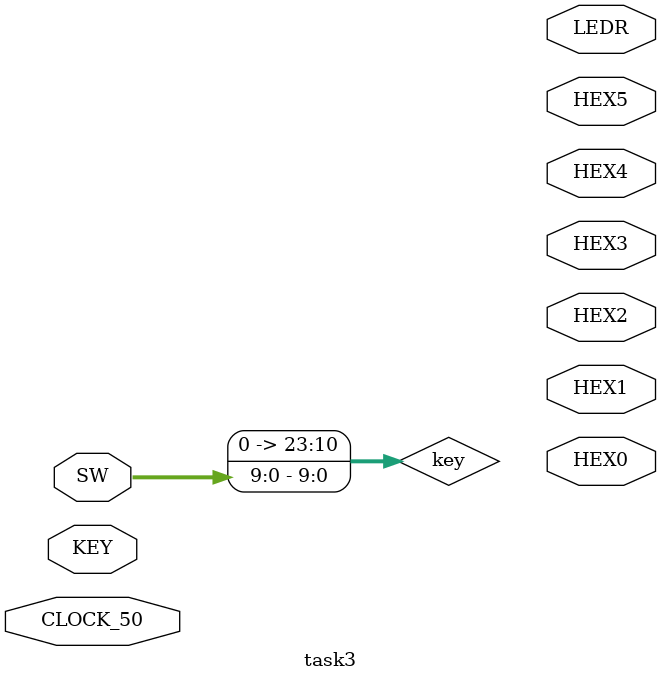
<source format=sv>
module task3(input logic CLOCK_50, input logic [3:0] KEY, input logic [9:0] SW,
             output logic [6:0] HEX0, output logic [6:0] HEX1, output logic [6:0] HEX2,
             output logic [6:0] HEX3, output logic [6:0] HEX4, output logic [6:0] HEX5,
             output logic [9:0] LEDR);

    /* Registers Declearation */
    logic clk, rst_n, en, rdy, pt_wren;
    logic [23:0] key;
    logic [7:0] ct_addr, ct_rddata, pt_addr, pt_rddata, pt_wrdata;
    enum {
        PRE_RUN,
        WAIT_RDY,
        RUNNING,
        DONE} state;

    /* Operation on key value */
    // assign key[23:10] = 14'd00011110010001;
    assign key[23:10] = 14'd0;
    assign key[9:0] = SW[9:0];

    /* State machine */
    always @(posedge CLOCK_50) begin
        if(~KEY[3]) begin
            state <= PRE_RUN;
            en <= 1'b1;
        end else if(state <= PRE_RUN) begin
            en <= 1'b0;
            state <= WAIT_RDY;
        end else if(state <= WAIT_RDY) begin
            state <= RUNNING;
        end else if(state <= RUNNING) begin 
            state <= (rdy) ? DONE : RUNNING;
        end else 
            state <= DONE;
    end

    /* Instantiate ct memory for read only */
    ct_mem ct(
                .address    (ct_addr),
                .clock      (CLOCK_50),
                .data       (8'd0),
                .wren       (1'b0),
                .q          (ct_rddata));

    /* Instantiate pt memory for read and write */
    pt_mem pt(
                .address    (pt_addr),
                .clock      (CLOCK_50),
                .data       (pt_wrdata),
                .wren       (pt_wren),
                .q          (pt_rddata));

    /* Instantiate arc4 module */
    arc4 a4(    .clk        (CLOCK_50), 
                .rst_n      (KEY[3]),
                .en         (en), 
                .rdy        (rdy),
                .key        (key),
                .ct_addr    (ct_addr), 
                .ct_rddata  (ct_rddata),
                .pt_addr    (pt_addr), 
                .pt_rddata  (pt_rddata), 
                .pt_wrdata  (pt_wrdata), 
                .pt_wren    (pt_wren));


endmodule: task3

</source>
